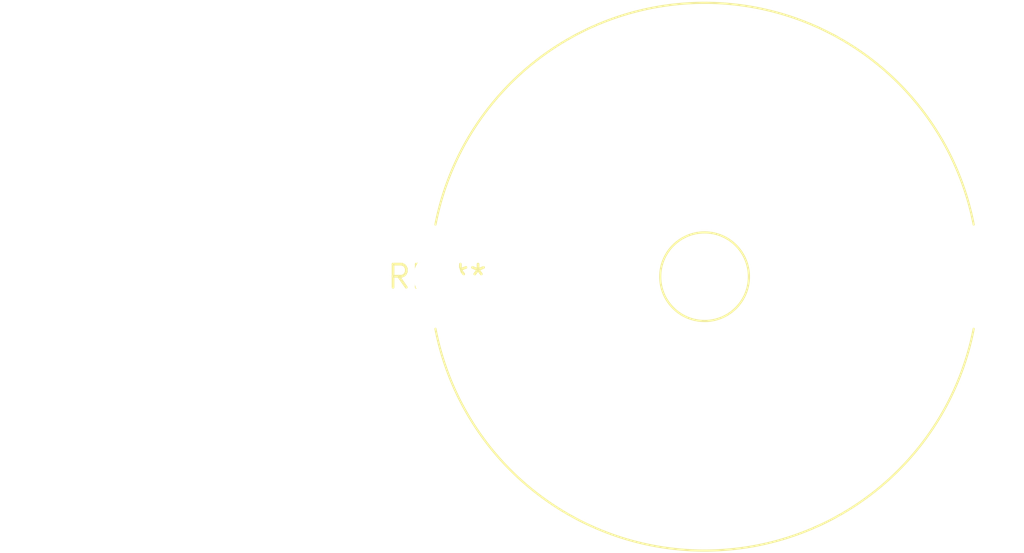
<source format=kicad_pcb>
(kicad_pcb (version 20240108) (generator pcbnew)
  (layers (0 "F.Cu" signal) (31 "B.Cu" signal) (34 "B.Paste" user) (35 "F.Paste" user) (36 "B.SilkS" user "B.Silkscreen") (37 "F.SilkS" user "F.Silkscreen") (38 "B.Mask" user) (39 "F.Mask" user) (44 "Edge.Cuts" user))
  (net 0 "")
  (footprint "L_Radial_D29.8mm_P29.30mm_Murata_1400series" (layer "F.Cu") (at 0 0)
    (property "Reference" "REF**")
    (property "Value" "L_Radial_D29.8mm_P29.30mm_Murata_1400series")
    (fp_arc (start -0.095196 -2.86) (mid 14.65 -15.02) (end 29.395196 -2.86) (layer "F.SilkS") (stroke (width 0.12)))
    (fp_arc (start 29.395196 2.86) (mid 14.65 15.02) (end -0.095196 2.86) (layer "F.SilkS") (stroke (width 0.12)))
    (fp_circle (center 14.65 0) (end 17.08 0) (layer "F.SilkS") (stroke (width 0.12)) (fill none))
    (pad "1" thru_hole circle (at 0 0) (size 5.2 5.2) (drill 2.6) (layers *.Cu *.Mask) (remove_unused_layers))
    (pad "2" thru_hole circle (at 29.3 0) (size 5.2 5.2) (drill 2.6) (layers *.Cu *.Mask) (remove_unused_layers))
  )
)
</source>
